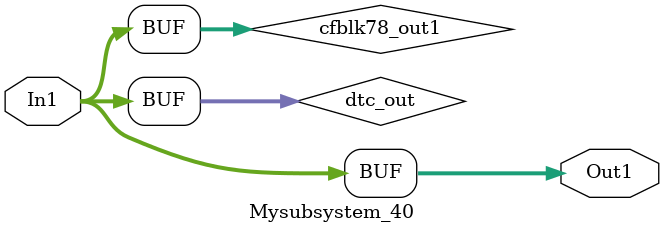
<source format=v>



`timescale 1 ns / 1 ns

module Mysubsystem_40
          (In1,
           Out1);


  input   [7:0] In1;  // uint8
  output  [7:0] Out1;  // uint8


  wire [7:0] dtc_out;  // ufix8
  wire [7:0] cfblk78_out1;  // uint8


  assign dtc_out = In1;



  assign cfblk78_out1 = dtc_out;



  assign Out1 = cfblk78_out1;

endmodule  // Mysubsystem_40


</source>
